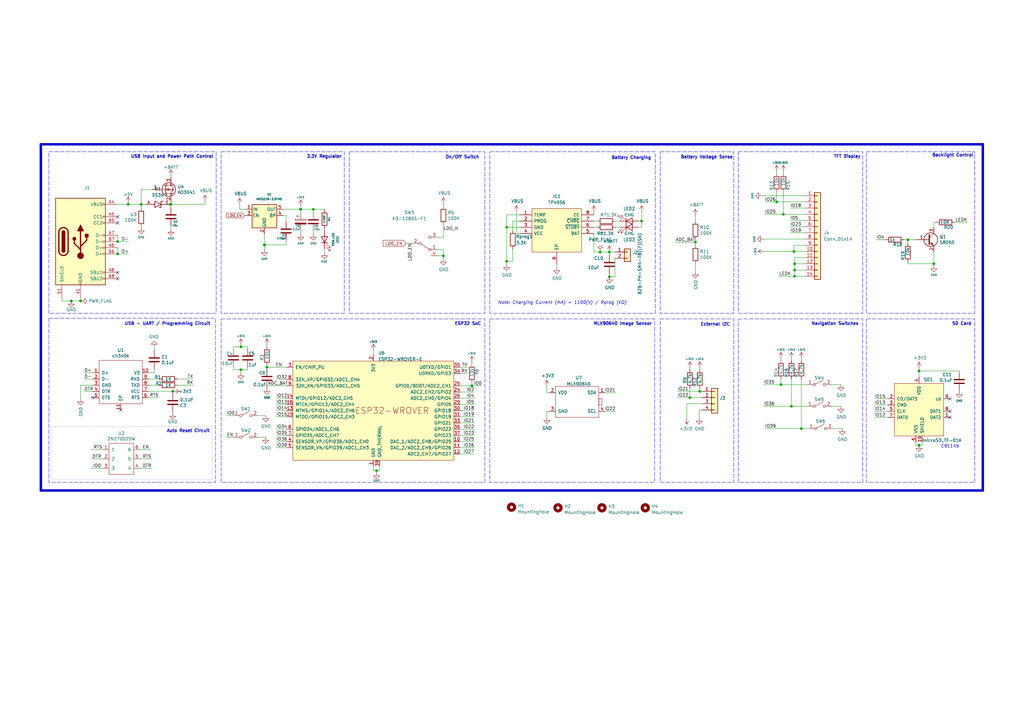
<source format=kicad_sch>
(kicad_sch (version 20231120) (generator "eeschema") (generator_version "8.0")
  (paper "A3")
  (lib_symbols
    (symbol "Connector_Generic:Conn_01x02" (pin_names (offset 1.016) hide)
      (property "Reference" "J" (at 0 2.54 0))
      (property "Value" "Conn_01x02" (at 0 -5.08 0))
      (symbol "Conn_01x02_1_1"
        (pin passive line (at -5.08 0 0) (length 3.81) (name "Pin_1") (number "1"))
        (pin passive line (at -5.08 -2.54 0) (length 3.81) (name "Pin_2") (number "2"))
      )
    )
    (symbol "Connector_Generic:Conn_01x04" (pin_names (offset 1.016) hide)
      (property "Reference" "J" (at 0 5.08 0))
      (property "Value" "Conn_01x04" (at 0 -7.62 0))
      (symbol "Conn_01x04_1_1"
        (pin passive line (at -5.08 2.54 0) (length 3.81) (name "Pin_1") (number "1"))
        (pin passive line (at -5.08 0 0) (length 3.81) (name "Pin_2") (number "2"))
        (pin passive line (at -5.08 -2.54 0) (length 3.81) (name "Pin_3") (number "3"))
        (pin passive line (at -5.08 -5.08 0) (length 3.81) (name "Pin_4") (number "4"))
      )
    )
    (symbol "Connector_Generic:Conn_01x14" (pin_names (offset 1.016) hide)
      (property "Reference" "J" (at 0 17.78 0))
      (property "Value" "Conn_01x14" (at 0 -20.32 0))
      (symbol "Conn_01x14_1_1"
        (pin passive line (at -5.08 15.24 0) (length 3.81) (name "Pin_1") (number "1"))
        (pin passive line (at -5.08 -7.62 0) (length 3.81) (name "Pin_10") (number "10"))
        (pin passive line (at -5.08 -10.16 0) (length 3.81) (name "Pin_11") (number "11"))
        (pin passive line (at -5.08 -12.7 0) (length 3.81) (name "Pin_12") (number "12"))
        (pin passive line (at -5.08 -15.24 0) (length 3.81) (name "Pin_13") (number "13"))
        (pin passive line (at -5.08 -17.78 0) (length 3.81) (name "Pin_14") (number "14"))
        (pin passive line (at -5.08 12.7 0) (length 3.81) (name "Pin_2") (number "2"))
        (pin passive line (at -5.08 10.16 0) (length 3.81) (name "Pin_3") (number "3"))
        (pin passive line (at -5.08 7.62 0) (length 3.81) (name "Pin_4") (number "4"))
        (pin passive line (at -5.08 5.08 0) (length 3.81) (name "Pin_5") (number "5"))
        (pin passive line (at -5.08 2.54 0) (length 3.81) (name "Pin_6") (number "6"))
        (pin passive line (at -5.08 0 0) (length 3.81) (name "Pin_7") (number "7"))
        (pin passive line (at -5.08 -2.54 0) (length 3.81) (name "Pin_8") (number "8"))
        (pin passive line (at -5.08 -5.08 0) (length 3.81) (name "Pin_9") (number "9"))
      )
    )
    (symbol "Device:C" (pin_numbers hide) (pin_names (offset 0.254))
      (property "Reference" "C" (at 0.635 2.54 0))
      (property "Value" "C" (at 0.635 -2.54 0))
      (symbol "C_1_1"
        (pin passive line (at 0 3.81 270) (length 2.794) (name "~") (number "1"))
        (pin passive line (at 0 -3.81 90) (length 2.794) (name "~") (number "2"))
      )
    )
    (symbol "Device:C_Polarized" (pin_numbers hide) (pin_names (offset 0.254))
      (property "Reference" "C" (at 0.635 2.54 0))
      (property "Value" "C_Polarized" (at 0.635 -2.54 0))
      (symbol "C_Polarized_1_1"
        (pin passive line (at 0 3.81 270) (length 2.794) (name "~") (number "1"))
        (pin passive line (at 0 -3.81 90) (length 2.794) (name "~") (number "2"))
      )
    )
    (symbol "Device:LED" (pin_numbers hide) (pin_names (offset 1.016) hide)
      (property "Reference" "D" (at 0 2.54 0))
      (property "Value" "LED" (at 0 -2.54 0))
      (symbol "LED_1_1"
        (pin passive line (at -3.81 0 0) (length 2.54) (name "K") (number "1"))
        (pin passive line (at 3.81 0 180) (length 2.54) (name "A") (number "2"))
      )
    )
    (symbol "Device:R" (pin_numbers hide) (pin_names (offset 0))
      (property "Reference" "R" (at 2.032 0 90))
      (property "Value" "R" (at 0 0 90))
      (symbol "R_1_1"
        (pin passive line (at 0 3.81 270) (length 1.27) (name "~") (number "1"))
        (pin passive line (at 0 -3.81 90) (length 1.27) (name "~") (number "2"))
      )
    )
    (symbol "ESP32_TouchDown:DMG3415U-7" (pin_names (offset 0) hide)
      (property "Reference" "Q" (at 5.08 1.27 0))
      (property "Value" "DMG3415U-7" (at 5.08 -1.27 0))
      (symbol "DMG3415U-7_1_1"
        (pin input line (at -5.08 0 0) (length 2.54) (name "G") (number "1"))
        (pin passive line (at 2.54 -5.08 90) (length 2.54) (name "S") (number "2"))
        (pin passive line (at 2.54 5.08 270) (length 2.54) (name "D") (number "3"))
      )
    )
    (symbol "ESP32_TouchDown:LGES8050" (pin_names (offset 0) hide)
      (property "Reference" "Q" (at 5.08 1.905 0))
      (property "Value" "LGES8050" (at 5.08 0 0))
      (symbol "LGES8050_1_1"
        (pin passive line (at -5.08 0 0) (length 5.08) (name "E") (number "1"))
        (pin input line (at 2.54 -5.08 90) (length 2.54) (name "B") (number "2"))
        (pin passive line (at 2.54 5.08 270) (length 2.54) (name "C") (number "3"))
      )
    )
    (symbol "ESP32_TouchDown:microSD_TF-01A" (pin_names (offset 1.016))
      (property "Reference" "SD" (at 0 17.78 0))
      (property "Value" "microSD_TF-01A" (at 12.7 -13.97 0))
      (symbol "microSD_TF-01A_1_1"
        (pin bidirectional line (at 12.7 -5.08 180) (length 2.54) (name "DAT2") (number "1"))
        (pin unspecified line (at 1.27 -15.24 90) (length 2.54) (name "SHIELD") (number "10"))
        (pin bidirectional line (at -12.7 2.54 0) (length 2.54) (name "CD/DAT3") (number "2"))
        (pin bidirectional line (at -12.7 0 0) (length 2.54) (name "CMD") (number "3"))
        (pin power_in line (at 0 11.43 270) (length 2.54) (name "VDD") (number "4"))
        (pin bidirectional line (at -12.7 -2.54 0) (length 2.54) (name "CLK") (number "5"))
        (pin power_out line (at -1.27 -15.24 90) (length 2.54) (name "VSS") (number "6"))
        (pin bidirectional line (at -12.7 -5.08 0) (length 2.54) (name "DAT0") (number "7"))
        (pin power_in line (at 12.7 -2.54 180) (length 2.54) (name "DAT1") (number "8"))
        (pin input line (at 12.7 2.54 180) (length 2.54) (name "cd") (number "9"))
      )
    )
    (symbol "Espressif:ESP32-WROVER-E" (pin_names (offset 1.016))
      (property "Reference" "U" (at -30.48 25.4 0))
      (property "Value" "ESP32-WROVER-E" (at -30.48 22.86 0))
      (symbol "ESP32-WROVER-E_1_1"
        (text "ESP32-­WROVER" (at 7.62 0 0) (effects (font (size 2.54 2.54))))
        (pin power_in line (at 0 -22.86 90) (length 2.54) (name "GND") (number "1"))
        (pin bidirectional line (at 35.56 -12.7 180) (length 2.54) (name "DAC_1/ADC2_CH8/GPIO25") (number "10"))
        (pin bidirectional line (at 35.56 -15.24 180) (length 2.54) (name "DAC_2/ADC2_CH9/GPIO26") (number "11"))
        (pin bidirectional line (at 35.56 -17.78 180) (length 2.54) (name "ADC2_CH7/GPIO27") (number "12"))
        (pin bidirectional line (at -35.56 0 0) (length 2.54) (name "MTMS/GPIO14/ADC2_CH6") (number "13"))
        (pin bidirectional line (at -35.56 5.08 0) (length 2.54) (name "MTDI/GPIO12/ADC2_CH5") (number "14"))
        (pin passive line (at 0 -22.86 90) (length 2.54) hide (name "GND") (number "15"))
        (pin bidirectional line (at -35.56 2.54 0) (length 2.54) (name "MTCK/GPIO13/ADC2_CH4") (number "16"))
        (pin power_in line (at 0 22.86 270) (length 2.54) (name "3V3") (number "2"))
        (pin bidirectional line (at -35.56 -2.54 0) (length 2.54) (name "MTDO/GPIO15/ADC2_CH3") (number "23"))
        (pin bidirectional line (at 35.56 7.62 180) (length 2.54) (name "ADC2_CH2/GPIO2") (number "24"))
        (pin bidirectional line (at 35.56 10.16 180) (length 2.54) (name "GPIO0/BOOT/ADC2_CH1") (number "25"))
        (pin bidirectional line (at 35.56 5.08 180) (length 2.54) (name "ADC2_CH0/GPIO4") (number "26"))
        (pin bidirectional line (at 35.56 2.54 180) (length 2.54) (name "GPIO5") (number "29"))
        (pin input line (at -35.56 17.78 0) (length 2.54) (name "EN/CHIP_PU") (number "3"))
        (pin bidirectional line (at 35.56 0 180) (length 2.54) (name "GPIO18") (number "30"))
        (pin bidirectional line (at 35.56 -2.54 180) (length 2.54) (name "GPIO19") (number "31"))
        (pin bidirectional line (at 35.56 -5.08 180) (length 2.54) (name "GPIO21") (number "33"))
        (pin bidirectional line (at 35.56 15.24 180) (length 2.54) (name "U0RXD/GPIO3") (number "34"))
        (pin bidirectional line (at 35.56 17.78 180) (length 2.54) (name "U0TXD/GPIO1") (number "35"))
        (pin bidirectional line (at 35.56 -7.62 180) (length 2.54) (name "GPIO22") (number "36"))
        (pin bidirectional line (at 35.56 -10.16 180) (length 2.54) (name "GPIO23") (number "37"))
        (pin passive line (at 0 -22.86 90) (length 2.54) hide (name "GND") (number "38"))
        (pin power_in line (at 2.54 -22.86 90) (length 2.54) (name "GND_THERMAL") (number "39"))
        (pin input line (at -35.56 -12.7 0) (length 2.54) (name "SENSOR_VP/GPIO36/ADC1_CH0") (number "4"))
        (pin input line (at -35.56 -15.24 0) (length 2.54) (name "SENSOR_VN/GPIO39/ADC1_CH3") (number "5"))
        (pin input line (at -35.56 -7.62 0) (length 2.54) (name "GPIO34/ADC1_CH6") (number "6"))
        (pin input line (at -35.56 -10.16 0) (length 2.54) (name "GPIO35/ADC1_CH7") (number "7"))
        (pin bidirectional line (at -35.56 12.7 0) (length 2.54) (name "32K_XP/GPIO32/ADC1_CH4") (number "8"))
        (pin bidirectional line (at -35.56 10.16 0) (length 2.54) (name "32K_XN/GPIO33/ADC1_CH5") (number "9"))
      )
    )
    (symbol "MLX90640:MLX90640" (pin_names (offset 1.016))
      (property "Reference" "U" (at 0 -1.27 0))
      (property "Value" "MLX90640" (at 0 1.27 0))
      (symbol "MLX90640_1_1"
        (pin bidirectional line (at 11.43 3.81 180) (length 2.54) (name "SDA") (number "1"))
        (pin power_in line (at -11.43 3.81 0) (length 2.54) (name "VDD") (number "2"))
        (pin power_in line (at -11.43 -3.81 0) (length 2.54) (name "GND") (number "3"))
        (pin bidirectional line (at 11.43 -3.81 180) (length 2.54) (name "SCL") (number "4"))
      )
    )
    (symbol "Mechanical:MountingHole" (pin_names (offset 1.016))
      (property "Reference" "H" (at 0 5.08 0))
      (property "Value" "MountingHole" (at 0 3.175 0))
    )
    (symbol "Regulator_Linear:MIC5219-3.3YM5" (pin_names (offset 0.254))
      (property "Reference" "U" (at -3.81 5.715 0))
      (property "Value" "MIC5219-3.3YM5" (at 0 5.715 0))
      (symbol "MIC5219-3.3YM5_1_1"
        (pin power_in line (at -7.62 2.54 0) (length 2.54) (name "IN") (number "1"))
        (pin power_in line (at 0 -7.62 90) (length 2.54) (name "GND") (number "2"))
        (pin input line (at -7.62 0 0) (length 2.54) (name "EN") (number "3"))
        (pin input line (at 7.62 0 180) (length 2.54) (name "BP") (number "4"))
        (pin power_out line (at 7.62 2.54 180) (length 2.54) (name "OUT") (number "5"))
      )
    )
    (symbol "SS34:SS34" (pin_names (offset 1.016))
      (property "Reference" "D" (at -5.08 2.54 0))
      (property "Value" "SS34" (at -5.08 -3.81 0))
      (symbol "SS34_0_0"
        (pin passive line (at -5.08 0 0) (length 2.54) (name "~") (number "A"))
        (pin passive line (at 5.08 0 180) (length 2.54) (name "~") (number "C"))
      )
    )
    (symbol "Switch:SW_SPDT" (pin_names (offset 0) hide)
      (property "Reference" "SW3" (at -6.35 -12.7 0))
      (property "Value" "K3-1280S-F1 " (at -6.35 -10.16 0))
      (symbol "SW_SPDT_1_1"
        (pin passive line (at 5.08 2.54 180) (length 2.54) (name "A") (number "1"))
        (pin passive line (at -5.08 0 0) (length 2.54) (name "B") (number "2"))
        (pin passive line (at 5.08 -2.54 180) (length 2.54) (name "C") (number "3"))
        (pin input line (at 5.08 5.08 180) (length 2.54) (name "4") (number "4"))
      )
    )
    (symbol "Switch:SW_SPST" (pin_names (offset 0) hide)
      (property "Reference" "SW" (at 0 3.175 0))
      (property "Value" "SW_SPST" (at 0 -2.54 0))
      (symbol "SW_SPST_1_1"
        (pin passive line (at -5.08 0 0) (length 2.54) (name "A") (number "1"))
        (pin passive line (at 5.08 0 180) (length 2.54) (name "B") (number "2"))
      )
    )
    (symbol "TP4056-42-ESOP8:TP4056-42-ESOP8" (pin_names (offset 0.762))
      (property "Reference" "IC?" (at 15.24 7.62 0))
      (property "Value" "TP4056" (at 15.24 5.08 0))
      (symbol "TP4056-42-ESOP8_0_0"
        (pin passive line (at 0 0 0) (length 5.08) (name "TEMP") (number "1"))
        (pin passive line (at 0 -2.54 0) (length 5.08) (name "PROG") (number "2"))
        (pin passive line (at 0 -5.08 0) (length 5.08) (name "GND") (number "3"))
        (pin passive line (at 0 -7.62 0) (length 5.08) (name "VCC") (number "4"))
        (pin passive line (at 30.48 -7.62 180) (length 5.08) (name "BAT") (number "5"))
        (pin passive line (at 30.48 -5.08 180) (length 5.08) (name "~{STDBY}") (number "6"))
        (pin passive line (at 30.48 -2.54 180) (length 5.08) (name "~{CHRG}") (number "7"))
        (pin passive line (at 30.48 0 180) (length 5.08) (name "CE") (number "8"))
        (pin passive line (at 15.24 -20.32 90) (length 5.08) (name "EP") (number "9"))
      )
    )
    (symbol "downloader-rescue:DDC114TU-7-F-my" (pin_names (offset 1.016))
      (property "Reference" "U" (at 0 10.16 0))
      (property "Value" "DDC114TU-7-F-my" (at 0 7.62 0))
      (symbol "DDC114TU-7-F-my_1_1"
        (pin passive line (at -7.62 3.81 0) (length 2.54) (name "1") (number "1"))
        (pin passive line (at -7.62 0 0) (length 2.54) (name "2") (number "2"))
        (pin passive line (at -7.62 -3.81 0) (length 2.54) (name "3") (number "3"))
        (pin passive line (at 7.62 -3.81 180) (length 2.54) (name "4") (number "4"))
        (pin passive line (at 7.62 0 180) (length 2.54) (name "5") (number "5"))
        (pin passive line (at 7.62 3.81 180) (length 2.54) (name "6") (number "6"))
      )
    )
    (symbol "downloader-rescue:USB_C_Receptacle_USB2.0-Connector" (pin_names (offset 1.016))
      (property "Reference" "J" (at -10.16 19.05 0))
      (property "Value" "USB_C_Receptacle_USB2.0-Connector" (at 19.05 19.05 0))
      (symbol "USB_C_Receptacle_USB2.0-Connector_1_1"
        (pin power_in line (at 0 -22.86 90) (length 5.08) (name "GND") (number "A1"))
        (pin passive line (at 0 -22.86 90) (length 5.08) hide (name "GND") (number "A12"))
        (pin power_in line (at 15.24 15.24 180) (length 5.08) (name "VBUS") (number "A4"))
        (pin bidirectional line (at 15.24 10.16 180) (length 5.08) (name "CC1") (number "A5"))
        (pin bidirectional line (at 15.24 -2.54 180) (length 5.08) (name "D+") (number "A6"))
        (pin bidirectional line (at 15.24 2.54 180) (length 5.08) (name "D-") (number "A7"))
        (pin bidirectional line (at 15.24 -12.7 180) (length 5.08) (name "SBU1") (number "A8"))
        (pin passive line (at 15.24 15.24 180) (length 5.08) hide (name "VBUS") (number "A9"))
        (pin passive line (at 0 -22.86 90) (length 5.08) hide (name "GND") (number "B1"))
        (pin passive line (at 0 -22.86 90) (length 5.08) hide (name "GND") (number "B12"))
        (pin passive line (at 15.24 15.24 180) (length 5.08) hide (name "VBUS") (number "B4"))
        (pin bidirectional line (at 15.24 7.62 180) (length 5.08) (name "CC2") (number "B5"))
        (pin bidirectional line (at 15.24 -5.08 180) (length 5.08) (name "D+") (number "B6"))
        (pin bidirectional line (at 15.24 0 180) (length 5.08) (name "D-") (number "B7"))
        (pin bidirectional line (at 15.24 -15.24 180) (length 5.08) (name "SBU2") (number "B8"))
        (pin passive line (at 15.24 15.24 180) (length 5.08) hide (name "VBUS") (number "B9"))
        (pin passive line (at -7.62 -22.86 90) (length 5.08) (name "SHIELD") (number "S1"))
      )
    )
    (symbol "downloader-rescue:ch340k-my" (pin_names (offset 1.016))
      (property "Reference" "U" (at 0 12.7 0))
      (property "Value" "ch340k-my" (at 0 10.16 0))
      (symbol "ch340k-my_1_1"
        (pin passive line (at -11.43 3.81 0) (length 2.54) (name "D+") (number "1"))
        (pin passive line (at 11.43 3.81 180) (length 2.54) (name "V3") (number "10"))
        (pin input line (at 0 -11.43 90) (length 2.54) (name "EP") (number "11"))
        (pin passive line (at -11.43 1.27 0) (length 2.54) (name "D-") (number "2"))
        (pin passive line (at -11.43 -1.27 0) (length 2.54) (name "GND") (number "3"))
        (pin passive line (at -11.43 -3.81 0) (length 2.54) (name "DTR") (number "4"))
        (pin passive line (at -11.43 -6.35 0) (length 2.54) (name "CTS") (number "5"))
        (pin passive line (at 11.43 -6.35 180) (length 2.54) (name "RTS") (number "6"))
        (pin passive line (at 11.43 -3.81 180) (length 2.54) (name "VCC") (number "7"))
        (pin passive line (at 11.43 -1.27 180) (length 2.54) (name "TXD") (number "8"))
        (pin passive line (at 11.43 1.27 180) (length 2.54) (name "RXD") (number "9"))
      )
    )
    (symbol "power:+3V3" (power) (pin_names (offset 0))
      (property "Value" "+3V3" (at 0 3.556 0))
      (symbol "+3V3_1_1"
        (pin power_in line (at 0 0 90) (length 0) hide (name "+3V3") (number "1"))
      )
    )
    (symbol "power:+5V" (power) (pin_names (offset 0))
      (property "Value" "+5V" (at 0 3.556 0))
      (symbol "+5V_1_1"
        (pin power_in line (at 0 0 90) (length 0) hide (name "+5V") (number "1"))
      )
    )
    (symbol "power:+BATT" (power) (pin_names (offset 0))
      (property "Value" "+BATT" (at 0 3.556 0))
      (symbol "+BATT_1_1"
        (pin power_in line (at 0 0 90) (length 0) hide (name "+BATT") (number "1"))
      )
    )
    (symbol "power:GND" (power) (pin_names (offset 0))
      (property "Value" "GND" (at 0 -3.81 0))
      (symbol "GND_1_1"
        (pin power_in line (at 0 0 270) (length 0) hide (name "GND") (number "1"))
      )
    )
    (symbol "power:PWR_FLAG" (power) (pin_numbers hide) (pin_names (offset 0) hide)
      (property "Value" "PWR_FLAG" (at 0 3.81 0))
      (symbol "PWR_FLAG_0_0"
        (pin power_out line (at 0 0 90) (length 0) (name "pwr") (number "1"))
      )
    )
    (symbol "power:VBUS" (power) (pin_names (offset 0))
      (property "Value" "VBUS" (at 0 3.81 0))
      (symbol "VBUS_1_1"
        (pin power_in line (at 0 0 90) (length 0) hide (name "VBUS") (number "1"))
      )
    )
  )
  (junction (at 207.772 107.188))
  (junction (at 376.936 182.626))
  (junction (at 52.578 83.82))
  (junction (at 70.104 83.82))
  (junction (at 29.21 123.444))
  (junction (at 282.956 163.068))
  (junction (at 128.524 85.852))
  (junction (at 181.864 104.902))
  (junction (at 98.806 151.638))
  (junction (at 70.866 160.528))
  (junction (at 48.26 99.06))
  (junction (at 320.294 157.734))
  (junction (at 123.317 85.852) (diameter 1.016))
  (junction (at 246.126 103.378))
  (junction (at 318.516 82.804))
  (junction (at 324.612 166.624))
  (junction (at 193.548 158.242))
  (junction (at 98.806 142.24))
  (junction (at 325.882 110.744))
  (junction (at 263.144 90.678))
  (junction (at 376.936 152.146))
  (junction (at 33.02 123.444))
  (junction (at 328.676 175.768))
  (junction (at 325.882 108.204))
  (junction (at 287.02 160.528))
  (junction (at 69.85 83.82))
  (junction (at 154.432 193.04))
  (junction (at 372.364 98.298))
  (junction (at 383.032 108.204))
  (junction (at 207.772 93.218))
  (junction (at 249.936 113.538))
  (junction (at 321.31 87.884))
  (junction (at 48.26 104.14))
  (junction (at 57.912 83.82))
  (junction (at 325.882 113.284))
  (junction (at 249.936 103.378))
  (junction (at 325.628 103.124))
  (junction (at 108.458 100.457) (diameter 1.016))
  (junction (at 285.242 99.314))
  (junction (at 109.474 150.622))
  (no_connect (at 48.26 88.9))
  (no_connect (at 38.1 163.068))
  (no_connect (at 48.26 111.76))
  (no_connect (at 49.53 168.148))
  (no_connect (at 389.636 163.576))
  (no_connect (at 389.636 171.196))
  (no_connect (at 389.636 168.656))
  (no_connect (at 48.26 114.3))
  (no_connect (at 48.26 91.44))
  (wire (pts (xy 378.206 181.356) (xy 378.206 182.626)))
  (wire (pts (xy 359.41 98.298) (xy 363.22 98.298)))
  (wire (pts (xy 194.564 181.102) (xy 188.722 181.102)))
  (wire (pts (xy 324.104 92.964) (xy 330.2 92.964)))
  (wire (pts (xy 261.874 93.218) (xy 263.144 93.218)))
  (wire (pts (xy 277.876 163.068) (xy 282.956 163.068)))
  (wire (pts (xy 109.982 158.242) (xy 117.602 158.242)))
  (wire (pts (xy 325.882 108.204) (xy 325.882 110.744)))
  (wire (pts (xy 193.548 148.59) (xy 193.548 149.352)))
  (wire (pts (xy 325.882 110.744) (xy 325.882 113.284)))
  (wire (pts (xy 285.242 111.506) (xy 285.242 108.204)))
  (wire (pts (xy 42.164 188.214) (xy 37.338 188.214)))
  (wire (pts (xy 95.758 151.638) (xy 98.806 151.638)))
  (wire (pts (xy 243.586 86.868) (xy 243.586 88.138)))
  (wire (pts (xy 213.106 95.758) (xy 211.836 95.758)))
  (wire (pts (xy 52.578 83.312) (xy 52.578 83.82)))
  (wire (pts (xy 98.806 142.24) (xy 101.6 142.24)))
  (wire (pts (xy 207.772 93.218) (xy 207.772 107.188)))
  (polyline (pts (xy 403.098 59.182) (xy 403.098 201.168)) (stroke (width 1)))
  (wire (pts (xy 95.758 179.324) (xy 92.964 179.324)))
  (wire (pts (xy 243.586 93.218) (xy 244.856 93.218)))
  (wire (pts (xy 225.298 168.656) (xy 224.282 168.656)))
  (wire (pts (xy 128.524 94.742) (xy 128.524 96.012)))
  (wire (pts (xy 57.404 184.404) (xy 61.976 184.404)))
  (wire (pts (xy 48.26 101.6) (xy 48.26 104.14)))
  (wire (pts (xy 194.564 165.862) (xy 188.722 165.862)))
  (wire (pts (xy 364.236 163.576) (xy 358.648 163.576)))
  (wire (pts (xy 331.47 175.768) (xy 328.676 175.768)))
  (wire (pts (xy 194.564 183.642) (xy 188.722 183.642)))
  (wire (pts (xy 98.806 151.638) (xy 101.6 151.638)))
  (wire (pts (xy 328.676 147.066) (xy 328.676 147.828)))
  (wire (pts (xy 33.02 123.444) (xy 29.21 123.444)))
  (wire (pts (xy 207.772 88.138) (xy 207.772 93.218)))
  (wire (pts (xy 69.85 83.82) (xy 70.104 83.82)))
  (wire (pts (xy 246.126 103.378) (xy 249.936 103.378)))
  (wire (pts (xy 42.164 184.404) (xy 37.338 184.404)))
  (wire (pts (xy 113.284 165.862) (xy 117.602 165.862)))
  (wire (pts (xy 169.164 99.822) (xy 166.624 99.822)))
  (wire (pts (xy 113.284 155.702) (xy 117.602 155.702)))
  (wire (pts (xy 109.474 141.478) (xy 109.474 142.24)))
  (wire (pts (xy 194.564 176.022) (xy 188.722 176.022)))
  (wire (pts (xy 57.404 192.024) (xy 62.484 192.024)))
  (wire (pts (xy 117.348 88.392) (xy 116.078 88.392)))
  (wire (pts (xy 92.964 170.434) (xy 95.758 170.434)))
  (wire (pts (xy 62.484 77.724) (xy 57.912 77.724)))
  (wire (pts (xy 113.284 163.322) (xy 117.602 163.322)))
  (wire (pts (xy 364.236 168.656) (xy 358.648 168.656)))
  (wire (pts (xy 249.936 113.538) (xy 249.936 112.268)))
  (wire (pts (xy 60.96 155.448) (xy 65.278 155.448)))
  (wire (pts (xy 252.476 168.656) (xy 248.158 168.656)))
  (wire (pts (xy 133.096 86.106) (xy 133.096 85.852)))
  (wire (pts (xy 252.476 90.678) (xy 254.254 90.678)))
  (wire (pts (xy 372.364 98.298) (xy 370.84 98.298)))
  (wire (pts (xy 123.317 85.852) (xy 123.317 87.122)))
  (wire (pts (xy 188.722 158.242) (xy 193.548 158.242)))
  (wire (pts (xy 48.26 83.82) (xy 52.578 83.82)))
  (wire (pts (xy 197.612 158.242) (xy 193.548 158.242)))
  (wire (pts (xy 372.364 98.298) (xy 372.364 99.822)))
  (wire (pts (xy 98.298 85.852) (xy 100.838 85.852)))
  (wire (pts (xy 70.866 168.91) (xy 70.866 169.418)))
  (wire (pts (xy 98.806 141.478) (xy 98.806 142.24)))
  (wire (pts (xy 328.676 155.448) (xy 328.676 175.768)))
  (wire (pts (xy 393.446 152.146) (xy 376.936 152.146)))
  (wire (pts (xy 325.882 108.204) (xy 330.2 108.204)))
  (wire (pts (xy 325.882 113.284) (xy 330.2 113.284)))
  (wire (pts (xy 249.936 103.378) (xy 252.222 103.378)))
  (wire (pts (xy 372.364 108.204) (xy 383.032 108.204)))
  (wire (pts (xy 123.317 94.742) (xy 123.317 96.012)))
  (wire (pts (xy 376.936 151.13) (xy 376.936 152.146)))
  (wire (pts (xy 113.284 181.102) (xy 117.602 181.102)))
  (wire (pts (xy 287.02 160.528) (xy 277.876 160.528)))
  (wire (pts (xy 117.348 98.552) (xy 117.348 100.457)))
  (wire (pts (xy 60.96 157.988) (xy 65.278 157.988)))
  (wire (pts (xy 123.317 84.582) (xy 123.317 85.852)))
  (wire (pts (xy 101.6 142.24) (xy 101.6 143.002)))
  (wire (pts (xy 375.666 181.356) (xy 375.666 182.626)))
  (wire (pts (xy 285.242 88.392) (xy 285.242 90.678)))
  (wire (pts (xy 318.516 70.358) (xy 318.516 71.12)))
  (wire (pts (xy 213.106 93.218) (xy 207.772 93.218)))
  (wire (pts (xy 98.806 151.638) (xy 98.806 152.908)))
  (wire (pts (xy 224.282 168.656) (xy 224.282 171.196)))
  (wire (pts (xy 261.874 90.678) (xy 263.144 90.678)))
  (wire (pts (xy 249.936 103.378) (xy 249.936 104.648)))
  (wire (pts (xy 358.648 166.116) (xy 364.236 166.116)))
  (wire (pts (xy 324.612 147.066) (xy 324.612 147.828)))
  (wire (pts (xy 179.324 104.902) (xy 181.864 104.902)))
  (wire (pts (xy 313.436 103.124) (xy 325.628 103.124)))
  (wire (pts (xy 224.282 161.036) (xy 224.282 158.496)))
  (wire (pts (xy 194.564 178.562) (xy 188.722 178.562)))
  (wire (pts (xy 48.26 104.14) (xy 52.832 104.14)))
  (wire (pts (xy 321.31 70.358) (xy 321.31 71.12)))
  (wire (pts (xy 263.144 86.868) (xy 263.144 90.678)))
  (wire (pts (xy 286.766 171.45) (xy 286.766 168.148)))
  (wire (pts (xy 277.114 99.314) (xy 285.242 99.314)))
  (wire (pts (xy 325.628 100.584) (xy 325.628 103.124)))
  (wire (pts (xy 60.96 160.528) (xy 70.866 160.528)))
  (wire (pts (xy 194.564 186.182) (xy 188.722 186.182)))
  (wire (pts (xy 344.932 157.734) (xy 341.122 157.734)))
  (wire (pts (xy 281.686 171.45) (xy 281.686 165.608)))
  (wire (pts (xy 376.936 152.146) (xy 376.936 154.686)))
  (wire (pts (xy 153.162 191.262) (xy 153.162 193.04)))
  (wire (pts (xy 155.702 193.04) (xy 154.432 193.04)))
  (wire (pts (xy 181.864 92.202) (xy 181.864 97.282)))
  (wire (pts (xy 133.096 102.108) (xy 133.096 103.632)))
  (wire (pts (xy 313.69 82.804) (xy 318.516 82.804)))
  (wire (pts (xy 113.284 168.402) (xy 117.602 168.402)))
  (wire (pts (xy 313.69 87.884) (xy 321.31 87.884)))
  (wire (pts (xy 153.162 193.04) (xy 154.432 193.04)))
  (wire (pts (xy 179.324 102.362) (xy 181.864 102.362)))
  (wire (pts (xy 108.458 100.457) (xy 108.458 102.362)))
  (wire (pts (xy 57.404 188.214) (xy 62.23 188.214)))
  (wire (pts (xy 313.182 98.044) (xy 330.2 98.044)))
  (wire (pts (xy 285.242 99.314) (xy 285.242 100.584)))
  (wire (pts (xy 154.432 193.04) (xy 154.432 193.802)))
  (wire (pts (xy 243.586 103.378) (xy 246.126 103.378)))
  (wire (pts (xy 101.6 151.638) (xy 101.6 150.622)))
  (wire (pts (xy 123.317 85.852) (xy 128.524 85.852)))
  (wire (pts (xy 228.346 109.728) (xy 228.346 108.458)))
  (wire (pts (xy 286.766 168.148) (xy 288.036 168.148)))
  (wire (pts (xy 38.1 160.528) (xy 34.544 160.528)))
  (wire (pts (xy 324.104 95.504) (xy 330.2 95.504)))
  (wire (pts (xy 95.758 150.622) (xy 95.758 151.638)))
  (wire (pts (xy 63.246 151.384) (xy 63.246 152.908)))
  (wire (pts (xy 252.476 93.218) (xy 254.254 93.218)))
  (wire (pts (xy 95.758 143.002) (xy 95.758 142.24)))
  (wire (pts (xy 210.312 107.188) (xy 207.772 107.188)))
  (wire (pts (xy 396.748 91.186) (xy 391.668 91.186)))
  (wire (pts (xy 372.364 107.442) (xy 372.364 108.204)))
  (wire (pts (xy 243.586 90.678) (xy 244.856 90.678)))
  (wire (pts (xy 225.298 161.036) (xy 224.282 161.036)))
  (wire (pts (xy 210.312 90.678) (xy 213.106 90.678)))
  (wire (pts (xy 70.104 82.804) (xy 70.104 83.82)))
  (wire (pts (xy 321.31 78.74) (xy 321.31 87.884)))
  (polyline (pts (xy 16.764 201.168) (xy 16.764 59.182)) (stroke (width 1)))
  (wire (pts (xy 117.348 90.932) (xy 117.348 88.392)))
  (wire (pts (xy 57.912 83.82) (xy 59.69 83.82)))
  (wire (pts (xy 194.564 168.402) (xy 188.722 168.402)))
  (wire (pts (xy 33.02 121.92) (xy 33.02 123.444)))
  (wire (pts (xy 48.26 96.52) (xy 48.26 99.06)))
  (wire (pts (xy 341.63 175.768) (xy 345.44 175.768)))
  (wire (pts (xy 319.532 113.284) (xy 325.882 113.284)))
  (wire (pts (xy 108.966 170.434) (xy 105.918 170.434)))
  (wire (pts (xy 84.074 83.82) (xy 70.104 83.82)))
  (wire (pts (xy 84.074 82.55) (xy 84.074 83.82)))
  (wire (pts (xy 108.458 96.012) (xy 108.458 100.457)))
  (wire (pts (xy 285.242 98.298) (xy 285.242 99.314)))
  (wire (pts (xy 325.628 100.584) (xy 330.2 100.584)))
  (wire (pts (xy 38.1 157.988) (xy 33.02 157.988)))
  (wire (pts (xy 128.524 87.122) (xy 128.524 85.852)))
  (wire (pts (xy 213.106 88.138) (xy 207.772 88.138)))
  (wire (pts (xy 95.758 142.24) (xy 98.806 142.24)))
  (wire (pts (xy 325.882 110.744) (xy 330.2 110.744)))
  (wire (pts (xy 318.516 78.74) (xy 318.516 82.804)))
  (wire (pts (xy 318.516 82.804) (xy 330.2 82.804)))
  (wire (pts (xy 194.564 160.782) (xy 188.722 160.782)))
  (wire (pts (xy 70.866 160.528) (xy 70.866 161.29)))
  (wire (pts (xy 70.104 92.71) (xy 70.104 93.98)))
  (wire (pts (xy 320.294 155.448) (xy 320.294 157.734)))
  (wire (pts (xy 375.666 182.626) (xy 376.936 182.626)))
  (wire (pts (xy 113.284 176.022) (xy 117.602 176.022)))
  (wire (pts (xy 70.104 72.136) (xy 70.104 72.644)))
  (wire (pts (xy 210.312 94.488) (xy 210.312 90.678)))
  (wire (pts (xy 252.476 161.036) (xy 248.158 161.036)))
  (wire (pts (xy 321.31 87.884) (xy 330.2 87.884)))
  (wire (pts (xy 109.474 159.258) (xy 109.474 159.004)))
  (wire (pts (xy 57.912 93.472) (xy 57.912 92.964)))
  (wire (pts (xy 383.032 91.186) (xy 383.032 93.218)))
  (wire (pts (xy 109.474 150.622) (xy 109.474 151.384)))
  (wire (pts (xy 113.284 170.942) (xy 117.602 170.942)))
  (wire (pts (xy 113.284 183.642) (xy 117.602 183.642)))
  (wire (pts (xy 324.104 90.424) (xy 330.2 90.424)))
  (wire (pts (xy 72.898 155.448) (xy 79.248 155.448)))
  (wire (pts (xy 287.02 159.258) (xy 287.02 160.528)))
  (wire (pts (xy 313.182 157.734) (xy 320.294 157.734)))
  (wire (pts (xy 155.702 191.262) (xy 155.702 193.04)))
  (wire (pts (xy 207.772 107.188) (xy 207.772 108.458)))
  (wire (pts (xy 393.446 160.528) (xy 393.446 160.274)))
  (wire (pts (xy 263.144 90.678) (xy 263.144 93.218)))
  (wire (pts (xy 181.864 104.902) (xy 181.864 106.172)))
  (wire (pts (xy 325.628 103.124) (xy 330.2 103.124)))
  (wire (pts (xy 117.348 100.457) (xy 108.458 100.457)))
  (wire (pts (xy 105.918 179.324) (xy 108.966 179.324)))
  (wire (pts (xy 282.956 159.258) (xy 282.956 163.068)))
  (wire (pts (xy 330.962 166.624) (xy 324.612 166.624)))
  (wire (pts (xy 320.294 147.066) (xy 320.294 147.828)))
  (wire (pts (xy 281.686 165.608) (xy 288.036 165.608)))
  (wire (pts (xy 243.586 95.758) (xy 243.586 103.378)))
  (wire (pts (xy 282.956 163.068) (xy 288.036 163.068)))
  (wire (pts (xy 42.164 192.024) (xy 37.338 192.024)))
  (wire (pts (xy 282.956 150.876) (xy 282.956 151.638)))
  (wire (pts (xy 153.162 143.764) (xy 153.162 145.542)))
  (wire (pts (xy 109.474 150.622) (xy 117.602 150.622)))
  (wire (pts (xy 252.222 113.538) (xy 249.936 113.538)))
  (wire (pts (xy 288.036 160.528) (xy 287.02 160.528)))
  (wire (pts (xy 57.912 77.724) (xy 57.912 83.82)))
  (wire (pts (xy 60.96 152.908) (xy 63.246 152.908)))
  (wire (pts (xy 325.882 105.664) (xy 325.882 108.204)))
  (wire (pts (xy 341.122 166.624) (xy 344.932 166.624)))
  (wire (pts (xy 57.912 83.82) (xy 57.912 85.344)))
  (wire (pts (xy 191.77 153.162) (xy 188.722 153.162)))
  (wire (pts (xy 179.324 97.282) (xy 181.864 97.282)))
  (wire (pts (xy 393.446 152.654) (xy 393.446 152.146)))
  (wire (pts (xy 324.612 166.624) (xy 313.182 166.624)))
  (wire (pts (xy 98.298 83.82) (xy 98.298 85.852)))
  (wire (pts (xy 70.104 83.82) (xy 70.104 85.09)))
  (wire (pts (xy 383.032 108.204) (xy 383.032 103.378)))
  (wire (pts (xy 181.864 83.566) (xy 181.864 84.582)))
  (wire (pts (xy 133.096 93.726) (xy 133.096 94.488)))
  (wire (pts (xy 48.26 99.06) (xy 52.832 99.06)))
  (wire (pts (xy 116.078 85.852) (xy 123.317 85.852)))
  (wire (pts (xy 67.31 83.82) (xy 69.85 83.82)))
  (wire (pts (xy 383.032 108.966) (xy 383.032 108.204)))
  (wire (pts (xy 287.02 150.876) (xy 287.02 151.638)))
  (wire (pts (xy 328.676 175.768) (xy 313.69 175.768)))
  (wire (pts (xy 38.1 155.448) (xy 34.544 155.448)))
  (wire (pts (xy 252.222 105.918) (xy 252.222 113.538)))
  (wire (pts (xy 193.548 156.972) (xy 193.548 158.242)))
  (wire (pts (xy 194.564 163.322) (xy 188.722 163.322)))
  (wire (pts (xy 60.96 163.068) (xy 65.024 163.068)))
  (wire (pts (xy 325.882 105.664) (xy 330.2 105.664)))
  (wire (pts (xy 324.104 85.344) (xy 330.2 85.344)))
  (wire (pts (xy 25.4 121.92) (xy 25.4 123.444)))
  (wire (pts (xy 324.612 155.448) (xy 324.612 166.624)))
  (wire (pts (xy 63.246 143.764) (xy 63.246 142.494)))
  (wire (pts (xy 320.294 157.734) (xy 330.962 157.734)))
  (wire (pts (xy 384.048 91.186) (xy 383.032 91.186)))
  (polyline (pts (xy 403.098 201.168) (xy 16.764 201.168)) (stroke (width 1)))
  (wire (pts (xy 100.33 88.392) (xy 100.838 88.392)))
  (wire (pts (xy 25.4 123.444) (xy 29.21 123.444)))
  (wire (pts (xy 211.836 86.868) (xy 211.836 95.758)))
  (wire (pts (xy 113.284 178.562) (xy 117.602 178.562)))
  (polyline (pts (xy 16.764 59.182) (xy 403.098 59.182)) (stroke (width 1)))
  (wire (pts (xy 364.236 171.196) (xy 358.648 171.196)))
  (wire (pts (xy 128.524 85.852) (xy 133.096 85.852)))
  (wire (pts (xy 378.206 182.626) (xy 376.936 182.626)))
  (wire (pts (xy 312.42 80.264) (xy 330.2 80.264)))
  (wire (pts (xy 191.77 150.622) (xy 188.722 150.622)))
  (wire (pts (xy 375.412 98.298) (xy 372.364 98.298)))
  (wire (pts (xy 210.312 102.108) (xy 210.312 107.188)))
  (wire (pts (xy 38.1 152.908) (xy 34.544 152.908)))
  (wire (pts (xy 194.564 173.482) (xy 188.722 173.482)))
  (wire (pts (xy 79.248 157.988) (xy 72.898 157.988)))
  (wire (pts (xy 181.864 102.362) (xy 181.864 104.902)))
  (wire (pts (xy 109.474 149.86) (xy 109.474 150.622)))
  (wire (pts (xy 33.02 157.988) (xy 33.02 163.576)))
  (wire (pts (xy 52.578 83.82) (xy 57.912 83.82)))
  (wire (pts (xy 194.564 170.942) (xy 188.722 170.942)))
  (rectangle (start 143.256 62.23) (end 198.882 128.524) (stroke (width 0) (type dash)))
  (rectangle (start 21.082 175.006) (end 87.122 196.596) (stroke (width 0) (type dot)))
  (rectangle (start 90.678 62.23) (end 141.224 128.524) (stroke (width 0) (type dash)))
  (rectangle (start 90.678 130.81) (end 198.882 197.866) (stroke (width 0) (type dash)))
  (rectangle (start 20.066 130.556) (end 88.392 197.866) (stroke (width 0) (type dash)))
  (rectangle (start 200.914 130.81) (end 268.478 197.866) (stroke (width 0) (type dash)))
  (rectangle (start 302.768 130.81) (end 353.822 197.866) (stroke (width 0) (type dash)))
  (rectangle (start 20.066 62.23) (end 88.646 128.524) (stroke (width 0) (type dash)))
  (rectangle (start 200.914 62.23) (end 268.732 128.524) (stroke (width 0) (type dash)))
  (rectangle (start 355.346 62.23) (end 399.796 128.524) (stroke (width 0) (type dash)))
  (rectangle (start 355.346 130.81) (end 399.796 197.866) (stroke (width 0) (type dash)))
  (rectangle (start 302.768 62.23) (end 353.822 128.524) (stroke (width 0) (type dash)))
  (rectangle (start 270.764 130.81) (end 300.99 197.866) (stroke (width 0) (type dash)))
  (rectangle (start 270.764 62.23) (end 300.99 128.524) (stroke (width 0) (type dash)))
  (text "Note: Charging Current (mA) = 1100(V) / Rprog (kΩ)" (at 204.216 124.968 0) (effects (font (size 1.27 1.27) (italic yes)) (justify left bottom)))
  (text "On/Off Switch\n" (at 182.626 65.278 0) (effects (font (size 1.27 1.27) (thickness 0.254) (bold yes)) (justify left bottom)))
  (text "USB - UART / Programming Circuit" (at 51.054 133.604 0) (effects (font (size 1.27 1.27) (thickness 0.254) (bold yes)) (justify left bottom)))
  (text "USB Input and Power Path Control" (at 53.594 65.024 0) (effects (font (size 1.27 1.27) (thickness 0.254) (bold yes)) (justify left bottom)))
  (text "Battery Voltage Sense" (at 279.146 65.278 0) (effects (font (size 1.27 1.27) (thickness 0.254) (bold yes)) (justify left bottom)))
  (text "Ecternal I2C \n" (at 287.274 133.858 0) (effects (font (size 1.27 1.27) (thickness 0.254) (bold yes)) (justify left bottom)))
  (text "Battery Charging" (at 250.698 65.532 0) (effects (font (size 1.27 1.27) (thickness 0.254) (bold yes)) (justify left bottom)))
  (text "Navigation Switches\n" (at 332.74 133.604 0) (effects (font (size 1.27 1.27) (thickness 0.254) (bold yes)) (justify left bottom)))
  (text "Backlight Control\n\n" (at 382.27 66.548 0) (effects (font (size 1.27 1.27) (thickness 0.254) (bold yes)) (justify left bottom)))
  (text "MLX90640 Image Sensor\n" (at 243.332 133.604 0) (effects (font (size 1.27 1.27) (thickness 0.254) (bold yes)) (justify left bottom)))
  (text "C91145" (at 385.826 183.896 0) (effects (font (size 1.27 1.27) (italic yes)) (justify left bottom)))
  (text "3.3V Regulator" (at 125.73 65.024 0) (effects (font (size 1.27 1.27) (thickness 0.254) (bold yes)) (justify left bottom)))
  (text "Auto Reset Circuit" (at 68.326 177.546 0) (effects (font (size 1.27 1.27) (thickness 0.254) (bold yes)) (justify left bottom)))
  (text "TFT Display\n" (at 341.884 65.024 0) (effects (font (size 1.27 1.27) (thickness 0.254) (bold yes)) (justify left bottom)))
  (text "ESP32 SoC" (at 186.436 133.604 0) (effects (font (size 1.27 1.27) (thickness 0.254) (bold yes)) (justify left bottom)))
  (text "SD Card\n" (at 390.398 133.604 0) (effects (font (size 1.27 1.27) (thickness 0.254) (bold yes)) (justify left bottom)))
  (label "IO19" (at 324.104 95.504 0))
  (label "IO18" (at 194.564 168.402 180))
  (label "IO23" (at 194.564 178.562 180))
  (label "IO39" (at 313.69 175.768 0))
  (label "IO0" (at 38.1 192.024 0))
  (label "RTS" (at 65.024 163.068 180))
  (label "IO25" (at 194.564 181.102 180))
  (label "EN" (at 113.03 150.622 0))
  (label "RX" (at 79.248 157.988 180))
  (label "IO14" (at 358.648 168.656 0))
  (label "EN" (at 92.964 179.324 0))
  (label "IO4" (at 359.41 98.298 0))
  (label "IO5" (at 324.104 90.424 0))
  (label "IO25" (at 313.69 87.884 0))
  (label "IO27" (at 194.564 186.182 180))
  (label "IO35" (at 313.182 157.734 0))
  (label "D-" (at 34.544 155.448 0))
  (label "IO0" (at 92.964 170.434 0))
  (label "IO36" (at 313.182 166.624 0))
  (label "IO15" (at 113.284 170.942 0))
  (label "IO34" (at 113.284 176.022 0))
  (label "IO36" (at 113.284 181.102 0))
  (label "IO4" (at 194.564 163.322 180))
  (label "IO13" (at 113.284 165.862 0))
  (label "IO15" (at 358.648 163.576 0))
  (label "DTR" (at 58.42 192.024 0))
  (label "ADC_BAT" (at 277.114 99.314 0))
  (label "DTR" (at 34.544 160.528 0))
  (label "D+" (at 34.544 152.908 0))
  (label "RX" (at 191.77 153.162 180))
  (label "D-" (at 49.784 99.06 0))
  (label "IO2" (at 194.564 160.782 180))
  (label "IO35" (at 113.284 178.562 0))
  (label "IO14" (at 113.284 168.402 0))
  (label "D+" (at 49.784 104.14 0))
  (label "IO22" (at 252.476 168.656 180))
  (label "TX" (at 191.77 150.622 180))
  (label "IO19" (at 194.564 170.942 180))
  (label "IO21" (at 194.564 173.482 180))
  (label "DTR" (at 37.846 188.214 0))
  (label "IO13" (at 358.648 166.116 0))
  (label "LDO_EN" (at 169.164 99.822 270))
  (label "IO23" (at 324.104 92.964 0))
  (label "IO22" (at 194.564 176.022 180))
  (label "IO22" (at 277.876 163.068 0))
  (label "IO32" (at 113.284 155.702 0))
  (label "IO21" (at 277.876 160.528 0))
  (label "LEDK" (at 319.532 113.284 0))
  (label "LEDK" (at 396.748 91.186 180))
  (label "IO26" (at 194.564 183.642 180))
  (label "TX" (at 79.248 155.448 180))
  (label "EN" (at 58.42 184.404 0))
  (label "IO12" (at 113.284 163.322 0))
  (label "IO12" (at 358.648 171.196 0))
  (label "IO5" (at 194.564 165.862 180))
  (label "IO26" (at 313.69 82.804 0))
  (label "IO39" (at 113.284 183.642 0))
  (label "IO21" (at 252.476 161.036 180))
  (label "RTS" (at 38.354 184.404 0))
  (label "LDO_H" (at 181.864 94.742 0))
  (label "ADC_BAT" (at 109.982 158.242 0))
  (label "RTS" (at 58.42 188.214 0))
  (label "IO18" (at 324.104 85.344 0))
  (label "IO0" (at 197.612 158.242 180))
  (global_label "LDO_EN" (shape input) (at 166.624 99.822 180) (property "Intersheetrefs" "${INTERSHEET_REFS}" (effects (hide yes))))
  (global_label "LDO_EN" (shape input) (at 100.33 88.392 180) (effects (font (size 1 1))) (property "Intersheetrefs" "${INTERSHEET_REFS}" (effects (hide yes))))
  (symbol (lib_id "Device:C_Polarized") (at 123.317 90.932 0) (unit 1)
    (property "Reference" "C8" (at 121.412 92.71 0) (effects (font (size 0.8 0.8)) (justify left)))
    (property "Value" "2.2uF" (at 119.888 93.98 0) (effects (font (size 0.8 0.8)) (justify left)))
    (property "Footprint" "Capacitor_SMD:C_0805_2012Metric" (effects (hide yes)))
  )
  (symbol (lib_id "power:GND") (at 181.864 106.172 0) (unit 1)
    (property "Reference" "#PWR026" (effects (hide yes)))
    (property "Value" "GND" (at 181.991 110.5662 0))
  )
  (symbol (lib_id "power:+5V") (at 52.578 83.312 0) (unit 1)
    (property "Reference" "#PWR03" (effects (hide yes)))
    (property "Value" "+5V" (at 52.578 79.756 0))
  )
  (symbol (lib_id "Device:C") (at 70.866 165.1 0) (mirror x) (unit 1)
    (property "Reference" "C3" (at 73.787 166.2684 0) (effects (justify left)))
    (property "Value" "0.1UF" (at 73.787 163.957 0) (effects (justify left)))
    (property "Footprint" "Capacitor_SMD:C_0603_1608Metric" (effects (hide yes)))
  )
  (symbol (lib_id "power:VBUS") (at 263.144 86.868 0) (unit 1)
    (property "Reference" "#PWR036" (effects (hide yes)))
    (property "Value" "VBUS" (at 263.525 82.4738 0))
  )
  (symbol (lib_id "power:GND") (at 29.21 123.444 0) (unit 1)
    (property "Reference" "#PWR01" (effects (hide yes)))
    (property "Value" "GND" (at 29.21 127 0))
  )
  (symbol (lib_id "power:GND") (at 312.42 80.264 270) (unit 1)
    (property "Reference" "#PWR043" (effects (hide yes)))
    (property "Value" "GND" (at 308.61 80.264 0) (effects (font (size 0.8 0.8))))
  )
  (symbol (lib_id "Switch:SW_SPST") (at 100.838 170.434 0) (unit 1)
    (property "Reference" "SW1" (at 100.838 167.64 0))
    (property "Value" "TS-1088R-02526" (effects (hide yes)))
    (property "Footprint" "THERMAL_CAMERA_LIBRARY:2_TACTILE" (effects (hide yes)))
  )
  (symbol (lib_id "power:GND") (at 128.524 96.012 0) (unit 1)
    (property "Reference" "#PWR021" (effects (hide yes)))
    (property "Value" "GND" (at 128.524 99.822 0) (effects (font (size 0.8 0.8))))
  )
  (symbol (lib_id "Device:C") (at 393.446 156.464 0) (mirror y) (unit 1)
    (property "Reference" "C11" (at 390.398 153.6446 0) (effects (justify left)))
    (property "Value" "0.1uf" (at 390.398 155.956 0) (effects (justify left)))
    (property "Footprint" "Capacitor_SMD:C_0603_1608Metric" (effects (hide yes)))
  )
  (symbol (lib_id "downloader-rescue:USB_C_Receptacle_USB2.0-Connector") (at 33.02 99.06 0) (unit 1)
    (property "Reference" "J1" (at 35.7378 77.0382 0))
    (property "Value" "USB_C_Receptacle_USB2.0" (effects (hide yes)))
    (property "Footprint" "Connector_USB:USB_C_Receptacle_HRO_TYPE-C-31-M-12" (effects (hide yes)))
    (property "Datasheet" "https://www.usb.org/sites/default/files/documents/usb_type-c.zip" (effects (hide yes)))
  )
  (symbol (lib_id "Device:LED") (at 258.064 93.218 0) (unit 1)
    (property "Reference" "LED3" (at 258.064 98.298 0))
    (property "Value" "CHG" (at 258.064 95.758 0))
    (property "Footprint" "LED_SMD:LED_0603_1608Metric" (effects (hide yes)))
  )
  (symbol (lib_id "power:GND") (at 57.912 93.472 0) (unit 1)
    (property "Reference" "#PWR04" (effects (hide yes)))
    (property "Value" "GND" (at 57.912 97.282 0) (effects (font (size 0.8 0.8))))
  )
  (symbol (lib_id "ESP32_TouchDown:LGES8050") (at 380.492 98.298 0) (unit 1)
    (property "Reference" "Q1" (at 385.318 97.1296 0) (effects (justify left)))
    (property "Value" "S8050" (at 385.318 99.441 0) (effects (justify left)))
    (property "Footprint" "THERMAL_CAMERA_LIBRARY:TRANS_SS8050-G_TC" (effects (hide yes)))
    (property "Datasheet" "http://www.unisonic.com.tw/datasheet/S8050.pdf" (effects (hide yes)))
  )
  (symbol (lib_id "Device:C") (at 117.348 94.742 0) (unit 1)
    (property "Reference" "C7" (at 115.824 96.52 0) (effects (font (size 0.8 0.8)) (justify left)))
    (property "Value" "470pF" (at 113.538 97.79 0) (effects (font (size 0.8 0.8)) (justify left)))
    (property "Footprint" "Capacitor_SMD:C_0603_1608Metric" (effects (hide yes)))
  )
  (symbol (lib_id "Device:LED") (at 133.096 98.298 90) (unit 1)
    (property "Reference" "LED1" (at 138.43 98.2345 0) (effects (font (size 0.8 0.8))))
    (property "Value" "POW_LED" (at 136.652 98.2345 0) (effects (font (size 0.8 0.8))))
    (property "Footprint" "LED_SMD:LED_0603_1608Metric" (effects (hide yes)))
  )
  (symbol (lib_id "power:+BATT") (at 285.242 88.392 0) (unit 1)
    (property "Reference" "#PWR039" (effects (hide yes)))
    (property "Value" "+BATT" (at 285.623 83.9978 0))
  )
  (symbol (lib_id "Switch:SW_SPST") (at 336.042 166.624 0) (unit 1)
    (property "Reference" "SW5" (at 336.042 163.83 0))
    (property "Value" "TS-1088R-02526" (effects (hide yes)))
    (property "Footprint" "THERMAL_CAMERA_LIBRARY:4_TERMINAL_SWITCH_TC" (effects (hide yes)))
  )
  (symbol (lib_id "power:+3V3") (at 282.956 150.876 0) (unit 1)
    (property "Reference" "#PWR038" (effects (hide yes)))
    (property "Value" "+3V3" (at 282.829 147.2438 0) (effects (font (size 0.8 0.8))))
  )
  (symbol (lib_id "power:VBUS") (at 181.864 83.566 0) (unit 1)
    (property "Reference" "#PWR025" (effects (hide yes)))
    (property "Value" "VBUS" (at 182.245 79.1718 0))
  )
  (symbol (lib_id "Regulator_Linear:MIC5219-3.3YM5") (at 108.458 88.392 0) (unit 1)
    (property "Reference" "U5" (at 110.363 79.756 0) (effects (font (size 0.8 0.8))))
    (property "Value" "MIC5219-3.3YM5" (at 110.363 81.661 0) (effects (font (size 0.8 0.8))))
    (property "Footprint" "THERMAL_CAMERA_LIBRARY:MIC5219_SOT95P280X145-5N_TC" (effects (hide yes)))
    (property "Datasheet" "http://ww1.microchip.com/downloads/en/DeviceDoc/MIC5219-500mA-Peak-Output-LDO-Regulator-DS20006021A.pdf" (effects (hide yes)))
  )
  (symbol (lib_id "power:GND") (at 224.282 171.196 0) (unit 1)
    (property "Reference" "#PWR031" (effects (hide yes)))
    (property "Value" "GND" (at 224.409 175.5902 0))
  )
  (symbol (lib_id "power:GND") (at 109.474 159.258 0) (unit 1)
    (property "Reference" "#PWR018" (effects (hide yes)))
    (property "Value" "GND" (at 109.474 163.068 0) (effects (font (size 0.8 0.8))))
  )
  (symbol (lib_id "power:+3V3") (at 281.686 171.45 180) (unit 1)
    (property "Reference" "#PWR037" (effects (hide yes)))
    (property "Value" "+3V3" (at 281.305 175.8442 0))
  )
  (symbol (lib_id "power:+3V3") (at 98.806 141.478 0) (unit 1)
    (property "Reference" "#PWR012" (effects (hide yes)))
    (property "Value" "+3V3" (at 98.679 137.8458 0) (effects (font (size 0.8 0.8))))
  )
  (symbol (lib_id "power:GND") (at 313.182 98.044 270) (unit 1)
    (property "Reference" "#PWR044" (effects (hide yes)))
    (property "Value" "GND" (at 309.372 98.044 0) (effects (font (size 0.8 0.8))))
  )
  (symbol (lib_id "power:GND") (at 344.932 166.624 0) (unit 1)
    (property "Reference" "#PWR052" (effects (hide yes)))
    (property "Value" "GND" (at 345.059 171.0182 0))
  )
  (symbol (lib_id "power:VBUS") (at 98.298 83.82 0) (unit 1)
    (property "Reference" "#PWR011" (effects (hide yes)))
    (property "Value" "VBUS" (at 98.679 79.4258 0))
  )
  (symbol (lib_id "ESP32_TouchDown:DMG3415U-7") (at 67.564 77.724 0) (unit 1)
    (property "Reference" "U4" (at 72.7456 76.5556 0) (effects (justify left)))
    (property "Value" "AO3041" (at 72.7456 78.867 0) (effects (justify left)))
    (property "Footprint" "THERMAL_CAMERA_LIBRARY:AO3401_SOT23_TC" (effects (hide yes)))
  )
  (symbol (lib_id "Mechanical:MountingHole") (at 246.888 208.28 0) (unit 1)
    (property "Reference" "H3" (at 249.428 207.645 0) (effects (justify left)))
    (property "Value" "MountingHole" (at 249.428 210.185 0) (effects (justify left)))
    (property "Footprint" "MountingHole:MountingHole_2.2mm_M2_ISO7380_Pad" (effects (hide yes)))
  )
  (symbol (lib_id "power:VBUS") (at 84.074 82.55 0) (unit 1)
    (property "Reference" "#PWR010" (effects (hide yes)))
    (property "Value" "VBUS" (at 84.455 78.1558 0))
  )
  (symbol (lib_id "power:GND") (at 207.772 108.458 0) (unit 1)
    (property "Reference" "#PWR028" (effects (hide yes)))
    (property "Value" "GND" (at 207.899 112.8522 0))
  )
  (symbol (lib_id "Device:R") (at 69.088 155.448 270) (unit 1)
    (property "Reference" "R1" (at 64.77 154.686 90))
    (property "Value" "1K" (at 69.088 155.448 90))
    (property "Footprint" "Resistor_SMD:R_0603_1608Metric" (effects (hide yes)))
  )
  (symbol (lib_id "power:GND") (at 228.346 109.728 0) (unit 1)
    (property "Reference" "#PWR032" (effects (hide yes)))
    (property "Value" "GND" (at 228.473 114.1222 0))
  )
  (symbol (lib_id "power:+3V3") (at 313.436 103.124 90) (unit 1)
    (property "Reference" "#PWR045" (effects (hide yes)))
    (property "Value" "+3V3" (at 309.8038 103.251 0) (effects (font (size 0.8 0.8))))
  )
  (symbol (lib_id "Mechanical:MountingHole") (at 264.668 208.28 0) (unit 1)
    (property "Reference" "H4" (at 267.208 207.645 0) (effects (justify left)))
    (property "Value" "MountingHole" (at 267.208 210.185 0) (effects (justify left)))
    (property "Footprint" "MountingHole:MountingHole_2.2mm_M2_ISO7380_Pad" (effects (hide yes)))
  )
  (symbol (lib_id "Device:LED") (at 258.064 90.678 0) (mirror x) (unit 1)
    (property "Reference" "LED2" (at 258.064 85.598 0))
    (property "Value" "CHG" (at 258.064 88.138 0))
    (property "Footprint" "LED_SMD:LED_0603_1608Metric" (effects (hide yes)))
  )
  (symbol (lib_id "power:VBUS") (at 243.586 86.868 0) (unit 1)
    (property "Reference" "#PWR033" (effects (hide yes)))
    (property "Value" "VBUS" (at 243.967 82.4738 0))
  )
  (symbol (lib_id "Device:R") (at 109.474 146.05 180) (unit 1)
    (property "Reference" "R3" (at 107.442 145.288 90) (effects (justify left)))
    (property "Value" "10k" (at 109.474 143.764 90) (effects (justify left)))
    (property "Footprint" "Resistor_SMD:R_0603_1608Metric" (effects (hide yes)))
  )
  (symbol (lib_id "power:GND") (at 345.44 175.768 0) (unit 1)
    (property "Reference" "#PWR053" (effects (hide yes)))
    (property "Value" "GND" (at 345.567 180.1622 0))
  )
  (symbol (lib_id "Device:R") (at 285.242 94.488 0) (unit 1)
    (property "Reference" "R10" (at 287.02 93.3196 0) (effects (justify left)))
    (property "Value" "100K" (at 287.02 95.631 0) (effects (justify left)))
    (property "Footprint" "Resistor_SMD:R_0603_1608Metric" (effects (hide yes)))
  )
  (symbol (lib_id "Device:R") (at 372.364 103.632 180) (unit 1)
    (property "Reference" "R19" (at 370.332 102.87 90) (effects (justify left)))
    (property "Value" "10k" (at 372.364 101.346 90) (effects (justify left)))
    (property "Footprint" "Resistor_SMD:R_0603_1608Metric" (effects (hide yes)))
  )
  (symbol (lib_id "TP4056-42-ESOP8:TP4056-42-ESOP8") (at 213.106 88.138 0) (unit 1)
    (property "Reference" "IC1" (at 228.346 80.518 0))
    (property "Value" "TP4056" (at 228.346 83.058 0))
    (property "Footprint" "THERMAL_CAMERA_LIBRARY:TP4056_SOP127P600X175-9N_TC" (effects (hide yes)))
    (property "Datasheet" "https://datasheet.lcsc.com/szlcsc/1906261508_Nanjing-Extension-Microelectronics-TP4056-42-ESOP8_C16581.pdf" (effects (hide yes)))
    (property "Description" "PMIC - Battery Management ESOP-8 RoHS" (effects (hide yes)))
    (property "Height" "1.75" (effects (hide yes)))
    (property "Manufacturer_Name" "Nanjing Extension Microelectronics" (effects (hide yes)))
    (property "Manufacturer_Part_Number" "TP4056-42-ESOP8" (effects (hide yes)))
  )
  (symbol (lib_id "MLX90640:MLX90640") (at 236.728 164.846 0) (unit 1)
    (property "Reference" "U7" (at 237.363 154.94 0))
    (property "Value" "MLX90640" (at 237.363 157.48 0))
    (property "Footprint" "THERMAL_CAMERA_LIBRARY:MLX90640_ESFBAB000SP_TC" (effects (hide yes)))
  )
  (symbol (lib_id "Device:C") (at 70.104 88.9 0) (unit 1)
    (property "Reference" "C2" (at 71.12 90.932 0) (effects (font (size 0.8 0.8)) (justify left)))
    (property "Value" "10u" (at 70.612 92.456 0) (effects (font (size 0.8 0.8)) (justify left)))
    (property "Footprint" "Capacitor_SMD:C_0603_1608Metric" (effects (hide yes)))
  )
  (symbol (lib_id "downloader-rescue:DDC114TU-7-F-my") (at 49.784 188.214 0) (unit 1)
    (property "Reference" "U2" (at 49.784 177.673 0))
    (property "Value" "2N27002DW" (at 49.784 179.9844 0))
    (property "Footprint" "THERMAL_CAMERA_LIBRARY:2N7002DW_SOT363_TC" (effects (hide yes)))
  )
  (symbol (lib_id "Device:R") (at 387.858 91.186 270) (unit 1)
    (property "Reference" "R20" (at 387.096 93.218 90) (effects (justify left)))
    (property "Value" "10R" (at 385.572 91.186 90) (effects (justify left)))
    (property "Footprint" "Resistor_SMD:R_0805_2012Metric" (effects (hide yes)))
  )
  (symbol (lib_id "SS34:SS34") (at 64.77 83.82 0) (unit 1)
    (property "Reference" "D1" (at 64.77 77.47 0))
    (property "Value" "SS34" (at 64.77 80.01 0))
    (property "Footprint" "THERMAL_CAMERA_LIBRARY:SS34_DIODE_NEW" (effects (hide yes)))
    (property "MF" "ON Semiconductor" (effects (hide yes)))
    (property "SNAPEDA_PACKAGE_ID" "36301" (effects (hide yes)))
    (property "Package" "SMC-2 ON Semiconductor" (effects (hide yes)))
    (property "Price" "None" (effects (hide yes)))
    (property "STANDARD" "IPC-7351B" (effects (hide yes)))
    (property "PARTREV" "31 Aug 2016" (effects (hide yes)))
    (property "SnapEDA_Link" "https://www.snapeda.com/parts/SS34/Onsemi/view-part/?ref=snap" (effects (hide yes)))
    (property "MP" "SS34" (effects (hide yes)))
    (property "Description_1" "\n                        \n                            Diode Schottky 40 V 3A Surface Mount SMC (DO-214AB)\n                        \n" (effects (hide yes)))
    (property "MANUFACTURER" "On Semiconductor" (effects (hide yes)))
    (property "Availability" "In Stock" (effects (hide yes)))
    (property "MAXIMUM_PACKAGE_HEIGHT" "2.65mm" (effects (hide yes)))
  )
  (symbol (lib_id "Connector_Generic:Conn_01x02") (at 257.302 103.378 0) (unit 1)
    (property "Reference" "J2" (at 259.334 103.5812 0) (effects (justify left)))
    (property "Value" "B2B-PH-SM4-TB(LF)(SN)" (at 262.382 120.904 90) (effects (justify left)))
    (property "Footprint" "Connector_JST:JST_PH_B2B-PH-SM4-TB_1x02-1MP_P2.00mm_Vertical" (effects (hide yes)))
  )
  (symbol (lib_id "Device:R") (at 324.612 151.638 180) (unit 1)
    (property "Reference" "R16" (at 322.58 150.876 90) (effects (justify left)))
    (property "Value" "4.7k" (at 324.612 149.352 90) (effects (justify left)))
    (property "Footprint" "Resistor_SMD:R_0603_1608Metric" (effects (hide yes)))
  )
  (symbol (lib_id "Mechanical:MountingHole") (at 228.854 208.28 0) (unit 1)
    (property "Reference" "H2" (at 231.394 207.645 0) (effects (justify left)))
    (property "Value" "MountingHole" (at 231.394 210.185 0) (effects (justify left)))
    (property "Footprint" "MountingHole:MountingHole_2.2mm_M2_ISO7380_Pad" (effects (hide yes)))
  )
  (symbol (lib_id "Switch:SW_SPST") (at 336.042 157.734 0) (unit 1)
    (property "Reference" "SW4" (at 336.042 154.94 0))
    (property "Value" "TS-1088R-02526" (effects (hide yes)))
    (property "Footprint" "THERMAL_CAMERA_LIBRARY:4_TERMINAL_SWITCH_TC" (effects (hide yes)))
  )
  (symbol (lib_id "Device:C") (at 109.474 155.194 0) (mirror y) (unit 1)
    (property "Reference" "C6" (at 108.966 152.908 0) (effects (justify left)))
    (property "Value" "0.1uf" (at 108.966 157.734 0) (effects (justify left)))
    (property "Footprint" "Capacitor_SMD:C_0603_1608Metric" (effects (hide yes)))
  )
  (symbol (lib_id "power:+3V3") (at 153.162 143.764 0) (unit 1)
    (property "Reference" "#PWR023" (effects (hide yes)))
    (property "Value" "+3V3" (at 153.035 140.1318 0) (effects (font (size 0.8 0.8))))
  )
  (symbol (lib_id "Device:R") (at 328.676 151.638 180) (unit 1)
    (property "Reference" "R17" (at 326.644 150.876 90) (effects (justify left)))
    (property "Value" "4.7k" (at 328.676 149.352 90) (effects (justify left)))
    (property "Footprint" "Resistor_SMD:R_0603_1608Metric" (effects (hide yes)))
  )
  (symbol (lib_id "Device:R") (at 285.242 104.394 0) (unit 1)
    (property "Reference" "R11" (at 287.02 103.2256 0) (effects (justify left)))
    (property "Value" "100K" (at 287.02 105.537 0) (effects (justify left)))
    (property "Footprint" "Resistor_SMD:R_0603_1608Metric" (effects (hide yes)))
  )
  (symbol (lib_id "Device:R") (at 248.666 93.218 270) (mirror x) (unit 1)
    (property "Reference" "R8" (at 244.856 95.758 90) (effects (justify left)))
    (property "Value" "1.3K" (at 247.396 95.758 90) (effects (justify left)))
    (property "Footprint" "Resistor_SMD:R_0603_1608Metric" (effects (hide yes)))
  )
  (symbol (lib_id "power:+3V3") (at 324.612 147.066 0) (unit 1)
    (property "Reference" "#PWR049" (effects (hide yes)))
    (property "Value" "+3V3" (at 324.485 143.4338 0) (effects (font (size 0.8 0.8))))
  )
  (symbol (lib_id "power:GND") (at 108.458 102.362 0) (unit 1)
    (property "Reference" "#PWR014" (effects (hide yes)))
    (property "Value" "GND" (at 108.458 106.172 0) (effects (font (size 0.8 0.8))))
  )
  (symbol (lib_id "power:GND") (at 133.096 103.632 0) (unit 1)
    (property "Reference" "#PWR022" (effects (hide yes)))
    (property "Value" "GND" (at 132.969 107.2642 0) (effects (font (size 0.8 0.8))))
  )
  (symbol (lib_id "power:GND") (at 33.02 163.576 0) (unit 1)
    (property "Reference" "#PWR02" (effects (hide yes)))
    (property "Value" "GND" (at 33.147 166.8272 90) (effects (justify right)))
  )
  (symbol (lib_id "power:+3V3") (at 318.516 70.358 0) (unit 1)
    (property "Reference" "#PWR046" (effects (hide yes)))
    (property "Value" "+3V3" (at 318.389 66.7258 0) (effects (font (size 0.8 0.8))))
  )
  (symbol (lib_id "power:+3V3") (at 321.31 70.358 0) (mirror y) (unit 1)
    (property "Reference" "#PWR048" (effects (hide yes)))
    (property "Value" "+3V3" (at 321.437 66.7258 0) (effects (font (size 0.8 0.8))))
  )
  (symbol (lib_id "power:GND") (at 123.317 96.012 0) (unit 1)
    (property "Reference" "#PWR020" (effects (hide yes)))
    (property "Value" "GND" (at 123.317 99.822 0) (effects (font (size 0.8 0.8))))
  )
  (symbol (lib_id "Switch:SW_SPST") (at 100.838 179.324 0) (unit 1)
    (property "Reference" "SW2" (at 100.838 176.53 0))
    (property "Value" "TS-1088R-02526" (effects (hide yes)))
    (property "Footprint" "THERMAL_CAMERA_LIBRARY:2_TACTILE" (effects (hide yes)))
  )
  (symbol (lib_id "power:GND") (at 286.766 171.45 0) (unit 1)
    (property "Reference" "#PWR041" (effects (hide yes)))
    (property "Value" "GND" (at 286.893 175.8442 0))
  )
  (symbol (lib_id "power:GND") (at 70.866 169.418 0) (unit 1)
    (property "Reference" "#PWR09" (effects (hide yes)))
    (property "Value" "GND" (at 72.898 172.974 0) (effects (justify right)))
  )
  (symbol (lib_id "Mechanical:MountingHole") (at 209.804 208.026 0) (unit 1)
    (property "Reference" "H1" (at 212.344 207.391 0) (effects (justify left)))
    (property "Value" "MountingHole" (at 212.344 209.931 0) (effects (justify left)))
    (property "Footprint" "MountingHole:MountingHole_2.2mm_M2_ISO7380_Pad" (effects (hide yes)))
  )
  (symbol (lib_id "Connector_Generic:Conn_01x14") (at 335.28 95.504 0) (unit 1)
    (property "Reference" "J4" (at 337.82 95.5039 0) (effects (justify left)))
    (property "Value" "Conn_01x14" (at 337.82 98.0439 0) (effects (justify left)))
    (property "Footprint" "Connector_PinSocket_2.54mm:PinSocket_1x14_P2.54mm_Vertical" (effects (hide yes)))
    (property "Description" "Generic connector, single row, 01x14, script generated (kicad-library-utils/schlib/autogen/connector/)" (effects (hide yes)))
  )
  (symbol (lib_id "power:PWR_FLAG") (at 246.126 103.378 0) (unit 1)
    (property "Reference" "#FLG02" (effects (hide yes)))
    (property "Value" "PWR_FLAG" (at 246.126 98.298 0))
  )
  (symbol (lib_id "Device:C") (at 249.936 108.458 0) (unit 1)
    (property "Reference" "C10" (at 243.586 105.918 0) (effects (justify left)))
    (property "Value" "10uF" (at 241.046 109.728 0) (effects (justify left)))
    (property "Footprint" "Capacitor_SMD:C_0603_1608Metric" (effects (hide yes)))
  )
  (symbol (lib_id "Device:R") (at 320.294 151.638 180) (unit 1)
    (property "Reference" "R14" (at 318.262 150.876 90) (effects (justify left)))
    (property "Value" "4.7k" (at 320.294 149.352 90) (effects (justify left)))
    (property "Footprint" "Resistor_SMD:R_0603_1608Metric" (effects (hide yes)))
  )
  (symbol (lib_id "power:+3V3") (at 70.866 160.528 270) (unit 1)
    (property "Reference" "#PWR08" (effects (hide yes)))
    (property "Value" "+3V3" (at 75.946 160.528 90))
  )
  (symbol (lib_id "power:GND") (at 108.966 170.434 0) (unit 1)
    (property "Reference" "#PWR015" (effects (hide yes)))
    (property "Value" "GND" (at 109.093 174.8282 0))
  )
  (symbol (lib_id "Device:C") (at 95.758 146.812 0) (mirror y) (unit 1)
    (property "Reference" "C4" (at 95.504 145.034 0) (effects (justify left)))
    (property "Value" "10uf" (at 95.504 149.098 0) (effects (justify left)))
    (property "Footprint" "Capacitor_SMD:C_0603_1608Metric" (effects (hide yes)))
  )
  (symbol (lib_id "Device:R") (at 282.956 155.448 180) (unit 1)
    (property "Reference" "R9" (at 280.924 154.686 90) (effects (justify left)))
    (property "Value" "4.7k" (at 282.956 153.162 90) (effects (justify left)))
    (property "Footprint" "Resistor_SMD:R_0603_1608Metric" (effects (hide yes)))
  )
  (symbol (lib_id "Device:R") (at 133.096 89.916 180) (unit 1)
    (property "Reference" "R4" (at 135.0518 89.916 90) (effects (font (size 0.8 0.8))))
    (property "Value" "470R" (at 132.9944 89.916 90) (effects (font (size 0.8 0.8))))
    (property "Footprint" "Resistor_SMD:R_0603_1608Metric" (effects (hide yes)))
  )
  (symbol (lib_id "Device:C") (at 128.524 90.932 0) (unit 1)
    (property "Reference" "C9" (at 128.778 92.71 0) (effects (font (size 0.8 0.8)) (justify left)))
    (property "Value" "10u" (at 128.778 93.98 0) (effects (font (size 0.8 0.8)) (justify left)))
    (property "Footprint" "Capacitor_SMD:C_0603_1608Metric" (effects (hide yes)))
  )
  (symbol (lib_id "power:VBUS") (at 211.836 86.868 0) (unit 1)
    (property "Reference" "#PWR029" (effects (hide yes)))
    (property "Value" "VBUS" (at 212.217 82.4738 0))
  )
  (symbol (lib_id "power:GND") (at 383.032 108.966 0) (unit 1)
    (property "Reference" "#PWR056" (effects (hide yes)))
    (property "Value" "GND" (at 383.032 112.776 0) (effects (font (size 0.8 0.8))))
  )
  (symbol (lib_id "power:GND") (at 154.432 193.802 0) (unit 1)
    (property "Reference" "#PWR024" (effects (hide yes)))
    (property "Value" "GND" (at 154.432 197.104 0) (effects (font (size 0.8 0.8))))
  )
  (symbol (lib_id "Device:R") (at 321.31 74.93 0) (mirror x) (unit 1)
    (property "Reference" "R15" (at 323.342 74.168 90) (effects (justify left)))
    (property "Value" "10k" (at 321.31 72.644 90) (effects (justify left)))
    (property "Footprint" "Resistor_SMD:R_0603_1608Metric" (effects (hide yes)))
  )
  (symbol (lib_id "power:+3V3") (at 193.548 148.59 0) (unit 1)
    (property "Reference" "#PWR027" (effects (hide yes)))
    (property "Value" "+3V3" (at 193.421 144.9578 0) (effects (font (size 0.8 0.8))))
  )
  (symbol (lib_id "Switch:SW_SPST") (at 336.55 175.768 0) (unit 1)
    (property "Reference" "SW6" (at 336.55 172.72 0))
    (property "Value" "TS-1088R-02526" (effects (hide yes)))
    (property "Footprint" "THERMAL_CAMERA_LIBRARY:4_TERMINAL_SWITCH_TC" (effects (hide yes)))
  )
  (symbol (lib_id "power:PWR_FLAG") (at 33.02 123.444 270) (unit 1)
    (property "Reference" "#FLG01" (effects (hide yes)))
    (property "Value" "PWR_FLAG" (at 36.2712 123.444 90) (effects (justify left)))
  )
  (symbol (lib_id "power:GND") (at 344.932 157.734 0) (unit 1)
    (property "Reference" "#PWR051" (effects (hide yes)))
    (property "Value" "GND" (at 345.059 162.1282 0))
  )
  (symbol (lib_id "Switch:SW_SPDT") (at 174.244 99.822 0) (mirror x) (unit 1)
    (property "Reference" "SW3" (at 167.894 87.122 0))
    (property "Value" "K3-1280S-F1" (at 167.894 89.662 0))
    (property "Footprint" "THERMAL_CAMERA_LIBRARY:slide_switch_TC" (effects (hide yes)))
  )
  (symbol (lib_id "power:+3V3") (at 109.474 141.478 0) (unit 1)
    (property "Reference" "#PWR017" (effects (hide yes)))
    (property "Value" "+3V3" (at 109.347 137.8458 0) (effects (font (size 0.8 0.8))))
  )
  (symbol (lib_id "power:+BATT") (at 249.936 103.378 0) (unit 1)
    (property "Reference" "#PWR034" (effects (hide yes)))
    (property "Value" "+BATT" (at 250.317 98.9838 0))
  )
  (symbol (lib_id "power:GND") (at 393.446 160.528 0) (unit 1)
    (property "Reference" "#PWR057" (effects (hide yes)))
    (property "Value" "GND" (at 393.446 164.338 0) (effects (font (size 0.8 0.8))))
  )
  (symbol (lib_id "power:GND") (at 376.936 182.626 0) (unit 1)
    (property "Reference" "#PWR055" (effects (hide yes)))
    (property "Value" "GND" (at 377.063 187.0202 0))
  )
  (symbol (lib_id "Device:R") (at 193.548 153.162 180) (unit 1)
    (property "Reference" "R6" (at 195.58 151.13 90) (effects (justify left)))
    (property "Value" "10k" (at 193.548 150.876 90) (effects (justify left)))
    (property "Footprint" "Resistor_SMD:R_0603_1608Metric" (effects (hide yes)))
  )
  (symbol (lib_id "power:GND") (at 249.936 113.538 0) (unit 1)
    (property "Reference" "#PWR035" (effects (hide yes)))
    (property "Value" "GND" (at 250.063 117.9322 0))
  )
  (symbol (lib_id "power:GND") (at 63.246 142.494 180) (unit 1)
    (property "Reference" "#PWR05" (effects (hide yes)))
    (property "Value" "GND" (at 63.119 138.0998 0))
  )
  (symbol (lib_id "Device:R") (at 210.312 98.298 0) (unit 1)
    (property "Reference" "Rprog1" (at 211.582 97.028 0) (effects (justify left)))
    (property "Value" "3.3K" (at 211.582 99.568 0) (effects (justify left)))
    (property "Footprint" "Resistor_SMD:R_0603_1608Metric" (effects (hide yes)))
  )
  (symbol (lib_id "Device:R") (at 248.666 90.678 270) (unit 1)
    (property "Reference" "R7" (at 246.126 88.138 90) (effects (justify left)))
    (property "Value" "1.3K" (at 248.666 88.138 90) (effects (justify left)))
    (property "Footprint" "Resistor_SMD:R_0603_1608Metric" (effects (hide yes)))
  )
  (symbol (lib_id "Device:C") (at 101.6 146.812 0) (unit 1)
    (property "Reference" "C5" (at 101.854 145.034 0) (effects (justify left)))
    (property "Value" "1uf" (at 101.854 149.606 0) (effects (justify left)))
    (property "Footprint" "Capacitor_SMD:C_0603_1608Metric" (effects (hide yes)))
  )
  (symbol (lib_id "Device:R") (at 69.088 157.988 270) (unit 1)
    (property "Reference" "R2" (at 65.024 157.226 90))
    (property "Value" "1K" (at 69.088 157.988 90))
    (property "Footprint" "Resistor_SMD:R_0603_1608Metric" (effects (hide yes)))
  )
  (symbol (lib_id "Device:R") (at 287.02 155.448 180) (unit 1)
    (property "Reference" "R12" (at 284.988 154.686 90) (effects (justify left)))
    (property "Value" "4.7k" (at 287.02 153.162 90) (effects (justify left)))
    (property "Footprint" "Resistor_SMD:R_0603_1608Metric" (effects (hide yes)))
  )
  (symbol (lib_id "Device:R") (at 57.912 89.154 0) (mirror y) (unit 1)
    (property "Reference" "U3" (at 56.134 87.9856 0) (effects (justify left)))
    (property "Value" "100K" (at 56.134 90.297 0) (effects (justify left)))
    (property "Footprint" "Resistor_SMD:R_0603_1608Metric" (effects (hide yes)))
  )
  (symbol (lib_id "Espressif:ESP32-WROVER-E") (at 153.162 168.402 0) (unit 1)
    (property "Reference" "U6" (at 155.1179 144.78 0) (effects (justify left)))
    (property "Value" "ESP32-WROVER-E" (at 155.1179 147.32 0) (effects (justify left)))
    (property "Footprint" "THERMAL_CAMERA_LIBRARY:ESP32WROVEREN8R8_TC" (effects (hide yes)))
    (property "Datasheet" "https://www.espressif.com/sites/default/files/documentation/esp32-wrover-e_esp32-wrover-ie_datasheet_en.pdf" (effects (hide yes)))
  )
  (symbol (lib_id "Connector_Generic:Conn_01x04") (at 293.116 163.068 0) (unit 1)
    (property "Reference" "J3" (at 295.148 163.2712 0) (effects (justify left)))
    (property "Value" "Stemma" (effects (hide yes)))
    (property "Footprint" "Connector_JST:JST_PH_B4B-PH-K_1x04_P2.00mm_Vertical" (effects (hide yes)))
  )
  (symbol (lib_id "power:+3V3") (at 224.282 158.496 0) (unit 1)
    (property "Reference" "#PWR030" (effects (hide yes)))
    (property "Value" "+3V3" (at 224.663 154.1018 0))
  )
  (symbol (lib_id "power:+3V3") (at 287.02 150.876 0) (unit 1)
    (property "Reference" "#PWR042" (effects (hide yes)))
    (property "Value" "+3V3" (at 286.893 147.2438 0) (effects (font (size 0.8 0.8))))
  )
  (symbol (lib_id "downloader-rescue:ch340k-my") (at 49.53 156.718 0) (unit 1)
    (property "Reference" "U1" (at 49.53 143.637 0))
    (property "Value" "ch340k" (at 49.53 145.9484 0))
    (property "Footprint" "THERMAL_CAMERA_LIBRARY:ch340k_TC" (effects (hide yes)))
  )
  (symbol (lib_id "ESP32_TouchDown:microSD_TF-01A") (at 376.936 166.116 0) (unit 1)
    (property "Reference" "SD1" (at 380.746 155.702 0))
    (property "Value" "microSD_TF-01A" (at 386.334 180.594 0))
    (property "Footprint" "THERMAL_CAMERA_LIBRARY:sdcard_reader_TC" (effects (hide yes)))
  )
  (symbol (lib_id "power:GND") (at 70.104 93.98 0) (unit 1)
    (property "Reference" "#PWR07" (effects (hide yes)))
    (property "Value" "GND" (at 70.104 97.79 0) (effects (font (size 0.8 0.8))))
  )
  (symbol (lib_id "Device:C") (at 63.246 147.574 0) (unit 1)
    (property "Reference" "C1" (at 66.167 146.4056 0) (effects (justify left)))
    (property "Value" "0.1uf" (at 66.167 148.717 0) (effects (justify left)))
    (property "Footprint" "Capacitor_SMD:C_0603_1608Metric" (effects (hide yes)))
  )
  (symbol (lib_id "power:+3V3") (at 376.936 151.13 0) (unit 1)
    (property "Reference" "#PWR054" (effects (hide yes)))
    (property "Value" "+3V3" (at 377.317 146.7358 0))
  )
  (symbol (lib_id "power:+3V3") (at 320.294 147.066 0) (unit 1)
    (property "Reference" "#PWR047" (effects (hide yes)))
    (property "Value" "+3V3" (at 320.167 143.4338 0) (effects (font (size 0.8 0.8))))
  )
  (symbol (lib_id "power:+3V3") (at 123.317 84.582 0) (unit 1)
    (property "Reference" "#PWR019" (effects (hide yes)))
    (property "Value" "+3V3" (at 123.19 80.9498 0) (effects (font (size 0.8 0.8))))
  )
  (symbol (lib_id "power:GND") (at 98.806 152.908 0) (unit 1)
    (property "Reference" "#PWR013" (effects (hide yes)))
    (property "Value" "GND" (at 98.806 156.718 0) (effects (font (size 0.8 0.8))))
  )
  (symbol (lib_id "Device:R") (at 318.516 74.93 180) (unit 1)
    (property "Reference" "R13" (at 316.484 74.168 90) (effects (justify left)))
    (property "Value" "10k" (at 318.516 72.644 90) (effects (justify left)))
    (property "Footprint" "Resistor_SMD:R_0603_1608Metric" (effects (hide yes)))
  )
  (symbol (lib_id "Device:R") (at 181.864 88.392 0) (unit 1)
    (property "Reference" "R5" (at 183.642 87.2236 0) (effects (justify left)))
    (property "Value" "100K" (at 183.642 89.535 0) (effects (justify left)))
    (property "Footprint" "Resistor_SMD:R_0603_1608Metric" (effects (hide yes)))
  )
  (symbol (lib_id "power:GND") (at 108.966 179.324 0) (unit 1)
    (property "Reference" "#PWR016" (effects (hide yes)))
    (property "Value" "GND" (at 109.093 183.7182 0))
  )
  (symbol (lib_id "power:GND") (at 285.242 111.506 0) (unit 1)
    (property "Reference" "#PWR040" (effects (hide yes)))
    (property "Value" "GND" (at 285.369 114.7572 90) (effects (justify right)))
  )
  (symbol (lib_id "Device:R") (at 367.03 98.298 270) (unit 1)
    (property "Reference" "R18" (at 366.268 100.33 90) (effects (justify left)))
    (property "Value" "1k" (at 364.744 98.298 90) (effects (justify left)))
    (property "Footprint" "Resistor_SMD:R_0603_1608Metric" (effects (hide yes)))
  )
  (symbol (lib_id "power:+BATT") (at 70.104 72.136 0) (unit 1)
    (property "Reference" "#PWR06" (effects (hide yes)))
    (property "Value" "+BATT" (at 70.104 68.58 0))
  )
  (symbol (lib_id "power:+3V3") (at 328.676 147.066 0) (unit 1)
    (property "Reference" "#PWR050" (effects (hide yes)))
    (property "Value" "+3V3" (at 328.549 143.4338 0) (effects (font (size 0.8 0.8))))
  )
)
</source>
